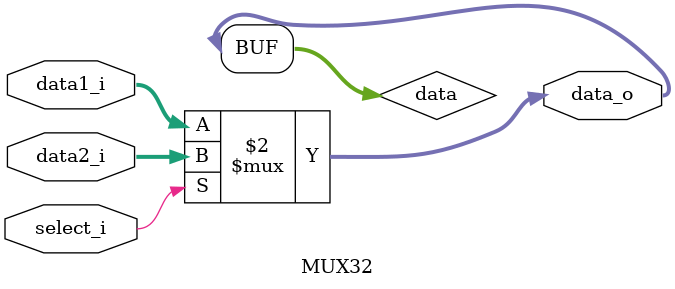
<source format=v>
module MUX32
(
    data1_i  ,
    data2_i  ,
    select_i ,
    data_o   
);
input [31:0] data1_i, data2_i;
input select_i;
output [31:0] data_o;
reg [31:0] data;
assign data_o=data;
always @ (*) begin
    data=select_i ? data2_i : data1_i;
    // $display("%d",data);
end

endmodule
</source>
